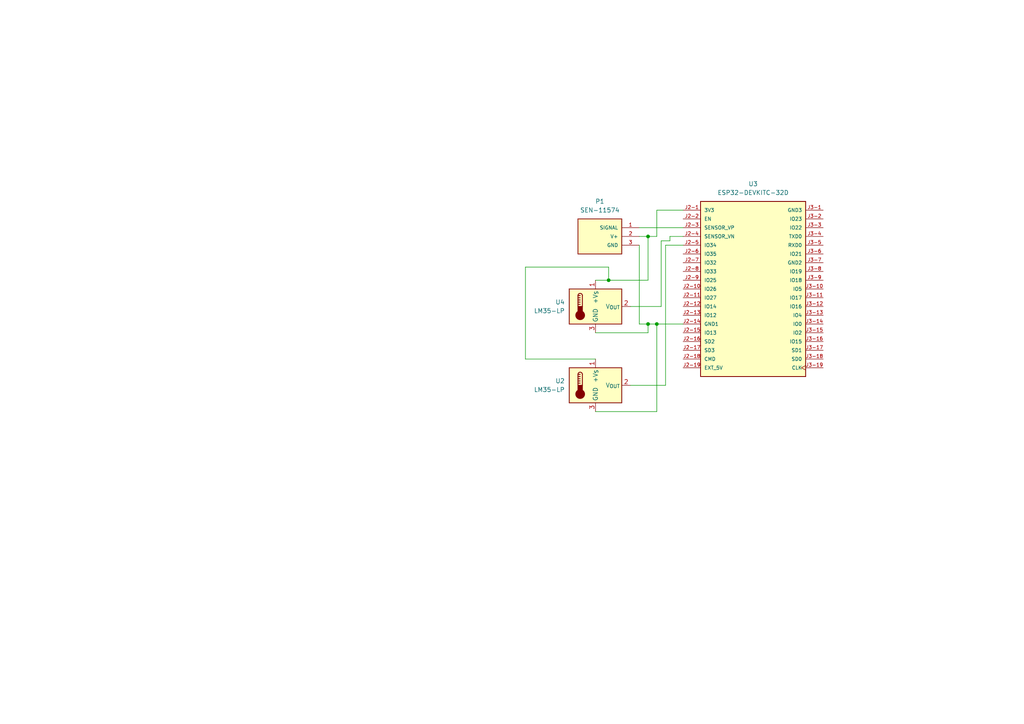
<source format=kicad_sch>
(kicad_sch (version 20231120) (generator "eeschema") (generator_version "8.0")
  (paper "A4")
  (lib_symbols
    (symbol "ESP32-DEVKITC-32D:ESP32-DEVKITC-32D" (pin_names (offset 1.016))
      (property "Reference" "U" (at -15.2572 26.0643 0))
      (property "Value" "ESP32-DEVKITC-32D" (at -15.2563 -27.9698 0))
      (symbol "ESP32-DEVKITC-32D_0_0"
        (rectangle (start -15.24 -25.4) (end 15.24 25.4) (stroke (width 0.254)) (fill (type background)))
        (pin power_in line (at -20.32 22.86 0) (length 5.08) (name "3V3") (number "J2-1"))
        (pin bidirectional line (at -20.32 0 0) (length 5.08) (name "IO26") (number "J2-10"))
        (pin bidirectional line (at -20.32 -2.54 0) (length 5.08) (name "IO27") (number "J2-11"))
        (pin bidirectional line (at -20.32 -5.08 0) (length 5.08) (name "IO14") (number "J2-12"))
        (pin bidirectional line (at -20.32 -7.62 0) (length 5.08) (name "IO12") (number "J2-13"))
        (pin power_in line (at -20.32 -10.16 0) (length 5.08) (name "GND1") (number "J2-14"))
        (pin bidirectional line (at -20.32 -12.7 0) (length 5.08) (name "IO13") (number "J2-15"))
        (pin bidirectional line (at -20.32 -15.24 0) (length 5.08) (name "SD2") (number "J2-16"))
        (pin bidirectional line (at -20.32 -17.78 0) (length 5.08) (name "SD3") (number "J2-17"))
        (pin bidirectional line (at -20.32 -20.32 0) (length 5.08) (name "CMD") (number "J2-18"))
        (pin power_in line (at -20.32 -22.86 0) (length 5.08) (name "EXT_5V") (number "J2-19"))
        (pin input line (at -20.32 20.32 0) (length 5.08) (name "EN") (number "J2-2"))
        (pin input line (at -20.32 17.78 0) (length 5.08) (name "SENSOR_VP") (number "J2-3"))
        (pin input line (at -20.32 15.24 0) (length 5.08) (name "SENSOR_VN") (number "J2-4"))
        (pin bidirectional line (at -20.32 12.7 0) (length 5.08) (name "IO34") (number "J2-5"))
        (pin bidirectional line (at -20.32 10.16 0) (length 5.08) (name "IO35") (number "J2-6"))
        (pin bidirectional line (at -20.32 7.62 0) (length 5.08) (name "IO32") (number "J2-7"))
        (pin bidirectional line (at -20.32 5.08 0) (length 5.08) (name "IO33") (number "J2-8"))
        (pin bidirectional line (at -20.32 2.54 0) (length 5.08) (name "IO25") (number "J2-9"))
        (pin power_in line (at 20.32 22.86 180) (length 5.08) (name "GND3") (number "J3-1"))
        (pin bidirectional line (at 20.32 0 180) (length 5.08) (name "IO5") (number "J3-10"))
        (pin bidirectional line (at 20.32 -2.54 180) (length 5.08) (name "IO17") (number "J3-11"))
        (pin bidirectional line (at 20.32 -5.08 180) (length 5.08) (name "IO16") (number "J3-12"))
        (pin bidirectional line (at 20.32 -7.62 180) (length 5.08) (name "IO4") (number "J3-13"))
        (pin bidirectional line (at 20.32 -10.16 180) (length 5.08) (name "IO0") (number "J3-14"))
        (pin bidirectional line (at 20.32 -12.7 180) (length 5.08) (name "IO2") (number "J3-15"))
        (pin bidirectional line (at 20.32 -15.24 180) (length 5.08) (name "IO15") (number "J3-16"))
        (pin bidirectional line (at 20.32 -17.78 180) (length 5.08) (name "SD1") (number "J3-17"))
        (pin bidirectional line (at 20.32 -20.32 180) (length 5.08) (name "SD0") (number "J3-18"))
        (pin input clock (at 20.32 -22.86 180) (length 5.08) (name "CLK") (number "J3-19"))
        (pin bidirectional line (at 20.32 20.32 180) (length 5.08) (name "IO23") (number "J3-2"))
        (pin bidirectional line (at 20.32 17.78 180) (length 5.08) (name "IO22") (number "J3-3"))
        (pin output line (at 20.32 15.24 180) (length 5.08) (name "TXD0") (number "J3-4"))
        (pin input line (at 20.32 12.7 180) (length 5.08) (name "RXD0") (number "J3-5"))
        (pin bidirectional line (at 20.32 10.16 180) (length 5.08) (name "IO21") (number "J3-6"))
        (pin power_in line (at 20.32 7.62 180) (length 5.08) (name "GND2") (number "J3-7"))
        (pin bidirectional line (at 20.32 5.08 180) (length 5.08) (name "IO19") (number "J3-8"))
        (pin bidirectional line (at 20.32 2.54 180) (length 5.08) (name "IO18") (number "J3-9"))
      )
    )
    (symbol "SEN-11574:SEN-11574" (pin_names (offset 1.016))
      (property "Reference" "P" (at 0 5.5958 0))
      (property "Value" "SEN-11574" (at 0 -7.6429 0))
      (symbol "SEN-11574_0_0"
        (rectangle (start 0 -5.08) (end 12.7 5.08) (stroke (width 0.254)) (fill (type background)))
        (pin bidirectional line (at -5.08 -2.54 0) (length 5.08) (name "SIGNAL") (number "1"))
        (pin power_in line (at -5.08 0 0) (length 5.08) (name "V+") (number "2"))
        (pin power_in line (at -5.08 2.54 0) (length 5.08) (name "GND") (number "3"))
      )
    )
    (symbol "Sensor_Temperature:LM35-LP"
      (property "Reference" "U" (at -6.35 6.35 0))
      (property "Value" "LM35-LP" (at 1.27 6.35 0))
      (symbol "LM35-LP_0_1"
        (rectangle (start -7.62 5.08) (end 7.62 -5.08) (stroke (width 0.254)) (fill (type background)))
        (circle (center -4.445 -2.54) (radius 1.27) (stroke (width 0.254)) (fill (type outline)))
        (rectangle (start -3.81 -1.905) (end -5.08 0) (stroke (width 0.254)) (fill (type outline)))
        (arc (start -3.81 3.175) (mid -4.445 3.8073) (end -5.08 3.175) (stroke (width 0.254)))
        (polyline (pts (xy -5.08 0.635) (xy -4.445 0.635)) (stroke (width 0.254)))
        (polyline (pts (xy -5.08 1.27) (xy -4.445 1.27)) (stroke (width 0.254)))
        (polyline (pts (xy -5.08 1.905) (xy -4.445 1.905)) (stroke (width 0.254)))
        (polyline (pts (xy -5.08 2.54) (xy -4.445 2.54)) (stroke (width 0.254)))
        (polyline (pts (xy -5.08 3.175) (xy -5.08 0)) (stroke (width 0.254)))
        (polyline (pts (xy -5.08 3.175) (xy -4.445 3.175)) (stroke (width 0.254)))
        (polyline (pts (xy -3.81 3.175) (xy -3.81 0)) (stroke (width 0.254)))
      )
      (symbol "LM35-LP_1_1"
        (pin power_in line (at 0 7.62 270) (length 2.54) (name "+V_{S}") (number "1"))
        (pin output line (at 10.16 0 180) (length 2.54) (name "V_{OUT}") (number "2"))
        (pin power_in line (at 0 -7.62 90) (length 2.54) (name "GND") (number "3"))
      )
    )
  )
  (junction (at 190.5 93.98))
  (junction (at 187.96 68.58))
  (junction (at 176.53 81.28))
  (junction (at 187.96 93.98))
  (wire (pts (xy 191.77 69.85) (xy 191.77 88.9)))
  (wire (pts (xy 185.42 93.98) (xy 185.42 71.12)))
  (wire (pts (xy 182.88 88.9) (xy 191.77 88.9)))
  (wire (pts (xy 185.42 66.04) (xy 198.12 66.04)))
  (wire (pts (xy 176.53 77.47) (xy 176.53 81.28)))
  (wire (pts (xy 176.53 81.28) (xy 187.96 81.28)))
  (wire (pts (xy 198.12 71.12) (xy 193.04 71.12)))
  (wire (pts (xy 187.96 68.58) (xy 190.5 68.58)))
  (wire (pts (xy 187.96 81.28) (xy 187.96 68.58)))
  (wire (pts (xy 172.72 81.28) (xy 176.53 81.28)))
  (wire (pts (xy 190.5 68.58) (xy 190.5 60.96)))
  (wire (pts (xy 190.5 93.98) (xy 187.96 93.98)))
  (wire (pts (xy 194.31 69.85) (xy 191.77 69.85)))
  (wire (pts (xy 198.12 93.98) (xy 190.5 93.98)))
  (wire (pts (xy 190.5 60.96) (xy 198.12 60.96)))
  (wire (pts (xy 152.4 104.14) (xy 152.4 77.47)))
  (wire (pts (xy 194.31 69.85) (xy 194.31 68.58)))
  (wire (pts (xy 187.96 93.98) (xy 185.42 93.98)))
  (wire (pts (xy 172.72 96.52) (xy 187.96 96.52)))
  (wire (pts (xy 152.4 77.47) (xy 176.53 77.47)))
  (wire (pts (xy 190.5 93.98) (xy 190.5 119.38)))
  (wire (pts (xy 194.31 68.58) (xy 198.12 68.58)))
  (wire (pts (xy 193.04 71.12) (xy 193.04 111.76)))
  (wire (pts (xy 185.42 68.58) (xy 187.96 68.58)))
  (wire (pts (xy 172.72 104.14) (xy 152.4 104.14)))
  (wire (pts (xy 187.96 96.52) (xy 187.96 93.98)))
  (wire (pts (xy 193.04 111.76) (xy 182.88 111.76)))
  (wire (pts (xy 172.72 119.38) (xy 190.5 119.38)))
  (symbol (lib_id "Sensor_Temperature:LM35-LP") (at 172.72 88.9 0) (unit 1)
    (property "Reference" "U4" (at 163.83 87.6299 0) (effects (justify right)))
    (property "Value" "LM35-LP" (at 163.83 90.1699 0) (effects (justify right)))
    (property "Footprint" "Package_TO_SOT_THT:TO-92_Inline" (effects (hide yes)))
    (property "Datasheet" "http://www.ti.com/lit/ds/symlink/lm35.pdf" (effects (hide yes)))
    (property "Description" "Precision centigrade temperature sensor, TO-92" (effects (hide yes)))
  )
  (symbol (lib_id "SEN-11574:SEN-11574") (at 180.34 68.58 180) (unit 1)
    (property "Reference" "P1" (at 173.99 58.42 0))
    (property "Value" "SEN-11574" (at 173.99 60.96 0))
    (property "Footprint" "SEN-11574:XDCR_SEN-11574" (effects (hide yes)))
    (property "MF" "SparkFun" (effects (hide yes)))
    (property "Description_1" "\nPULSE SENSOR FOR ARDUINO\n" (effects (hide yes)))
    (property "Package" "None" (effects (hide yes)))
    (property "Price" "None" (effects (hide yes)))
    (property "Check_prices" "https://www.snapeda.com/parts/SEN-11574/SparkFun+Electronics/view-part/?ref=eda" (effects (hide yes)))
    (property "SnapEDA_Link" "https://www.snapeda.com/parts/SEN-11574/SparkFun+Electronics/view-part/?ref=snap" (effects (hide yes)))
    (property "MP" "SEN-11574" (effects (hide yes)))
    (property "Purchase-URL" "https://www.snapeda.com/api/url_track_click_mouser/?unipart_id=1269548&manufacturer=SparkFun&part_name=SEN-11574&search_term=None" (effects (hide yes)))
    (property "Availability" "In Stock" (effects (hide yes)))
    (property "MANUFACTURER" "Sparkfun Electronics" (effects (hide yes)))
  )
  (symbol (lib_id "ESP32-DEVKITC-32D:ESP32-DEVKITC-32D") (at 218.44 83.82 0) (unit 1)
    (property "Reference" "U3" (at 218.44 53.34 0))
    (property "Value" "ESP32-DEVKITC-32D" (at 218.44 55.88 0))
    (property "Footprint" "ESP32-DEVKITC-32D:MODULE_ESP32-DEVKITC-32D" (effects (hide yes)))
    (property "MF" "Espressif Systems" (effects (hide yes)))
    (property "MAXIMUM_PACKAGE_HEIGHT" "N/A" (effects (hide yes)))
    (property "Package" "None" (effects (hide yes)))
    (property "Price" "None" (effects (hide yes)))
    (property "Check_prices" "https://www.snapeda.com/parts/ESP32-DEVKITC-32D/Espressif+Systems/view-part/?ref=eda" (effects (hide yes)))
    (property "STANDARD" "Manufacturer Recommendations" (effects (hide yes)))
    (property "PARTREV" "V4" (effects (hide yes)))
    (property "SnapEDA_Link" "https://www.snapeda.com/parts/ESP32-DEVKITC-32D/Espressif+Systems/view-part/?ref=snap" (effects (hide yes)))
    (property "MP" "ESP32-DEVKITC-32D" (effects (hide yes)))
    (property "Description_1" "\nWiFi Development Tools (802.11) ESP32 General Development Kit, ESP32-WROOM-32D on the board\n" (effects (hide yes)))
    (property "MANUFACTURER" "Espressif Systems" (effects (hide yes)))
    (property "Availability" "In Stock" (effects (hide yes)))
    (property "SNAPEDA_PN" "ESP32-DEVKITC-32D" (effects (hide yes)))
  )
  (symbol (lib_id "Sensor_Temperature:LM35-LP") (at 172.72 111.76 0) (unit 1)
    (property "Reference" "U2" (at 163.83 110.4899 0) (effects (justify right)))
    (property "Value" "LM35-LP" (at 163.83 113.0299 0) (effects (justify right)))
    (property "Footprint" "Package_TO_SOT_THT:TO-92_Inline" (effects (hide yes)))
    (property "Datasheet" "http://www.ti.com/lit/ds/symlink/lm35.pdf" (effects (hide yes)))
    (property "Description" "Precision centigrade temperature sensor, TO-92" (effects (hide yes)))
  )
)
</source>
